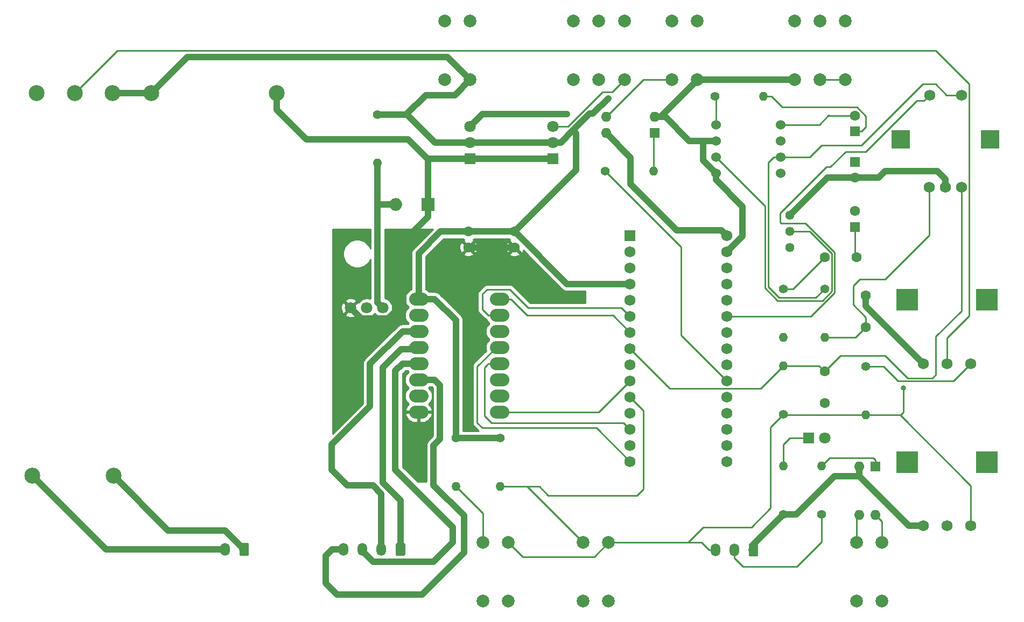
<source format=gbr>
G04 #@! TF.GenerationSoftware,KiCad,Pcbnew,(5.1.4)-1*
G04 #@! TF.CreationDate,2019-11-18T19:22:07+01:00*
G04 #@! TF.ProjectId,upuaut_2Nils,75707561-7574-45f3-924e-696c732e6b69,rev?*
G04 #@! TF.SameCoordinates,Original*
G04 #@! TF.FileFunction,Copper,L1,Top*
G04 #@! TF.FilePolarity,Positive*
%FSLAX46Y46*%
G04 Gerber Fmt 4.6, Leading zero omitted, Abs format (unit mm)*
G04 Created by KiCad (PCBNEW (5.1.4)-1) date 2019-11-18 19:22:07*
%MOMM*%
%LPD*%
G04 APERTURE LIST*
%ADD10O,1.500000X2.020000*%
%ADD11C,0.100000*%
%ADD12C,1.500000*%
%ADD13C,1.800000*%
%ADD14C,2.000000*%
%ADD15R,3.500000X3.500000*%
%ADD16C,1.750000*%
%ADD17R,1.727200X1.727200*%
%ADD18C,1.727200*%
%ADD19O,1.600000X1.600000*%
%ADD20R,1.600000X1.600000*%
%ADD21O,3.048000X2.032000*%
%ADD22C,1.524000*%
%ADD23R,3.000000X3.000000*%
%ADD24R,1.800000X1.800000*%
%ADD25C,2.500000*%
%ADD26C,1.440000*%
%ADD27O,1.400000X1.400000*%
%ADD28C,1.400000*%
%ADD29C,1.600000*%
%ADD30O,2.000000X2.000000*%
%ADD31R,2.000000X2.000000*%
%ADD32C,0.800000*%
%ADD33C,1.000000*%
%ADD34C,0.250000*%
%ADD35C,0.254000*%
G04 APERTURE END LIST*
D10*
X120300000Y-135700000D03*
X123300000Y-135700000D03*
X126300000Y-135700000D03*
D11*
G36*
X129824504Y-134691204D02*
G01*
X129848773Y-134694804D01*
X129872571Y-134700765D01*
X129895671Y-134709030D01*
X129917849Y-134719520D01*
X129938893Y-134732133D01*
X129958598Y-134746747D01*
X129976777Y-134763223D01*
X129993253Y-134781402D01*
X130007867Y-134801107D01*
X130020480Y-134822151D01*
X130030970Y-134844329D01*
X130039235Y-134867429D01*
X130045196Y-134891227D01*
X130048796Y-134915496D01*
X130050000Y-134940000D01*
X130050000Y-136460000D01*
X130048796Y-136484504D01*
X130045196Y-136508773D01*
X130039235Y-136532571D01*
X130030970Y-136555671D01*
X130020480Y-136577849D01*
X130007867Y-136598893D01*
X129993253Y-136618598D01*
X129976777Y-136636777D01*
X129958598Y-136653253D01*
X129938893Y-136667867D01*
X129917849Y-136680480D01*
X129895671Y-136690970D01*
X129872571Y-136699235D01*
X129848773Y-136705196D01*
X129824504Y-136708796D01*
X129800000Y-136710000D01*
X128800000Y-136710000D01*
X128775496Y-136708796D01*
X128751227Y-136705196D01*
X128727429Y-136699235D01*
X128704329Y-136690970D01*
X128682151Y-136680480D01*
X128661107Y-136667867D01*
X128641402Y-136653253D01*
X128623223Y-136636777D01*
X128606747Y-136618598D01*
X128592133Y-136598893D01*
X128579520Y-136577849D01*
X128569030Y-136555671D01*
X128560765Y-136532571D01*
X128554804Y-136508773D01*
X128551204Y-136484504D01*
X128550000Y-136460000D01*
X128550000Y-134940000D01*
X128551204Y-134915496D01*
X128554804Y-134891227D01*
X128560765Y-134867429D01*
X128569030Y-134844329D01*
X128579520Y-134822151D01*
X128592133Y-134801107D01*
X128606747Y-134781402D01*
X128623223Y-134763223D01*
X128641402Y-134746747D01*
X128661107Y-134732133D01*
X128682151Y-134719520D01*
X128704329Y-134709030D01*
X128727429Y-134700765D01*
X128751227Y-134694804D01*
X128775496Y-134691204D01*
X128800000Y-134690000D01*
X129800000Y-134690000D01*
X129824504Y-134691204D01*
X129824504Y-134691204D01*
G37*
D12*
X129300000Y-135700000D03*
D10*
X101700000Y-135700000D03*
D11*
G36*
X105224504Y-134691204D02*
G01*
X105248773Y-134694804D01*
X105272571Y-134700765D01*
X105295671Y-134709030D01*
X105317849Y-134719520D01*
X105338893Y-134732133D01*
X105358598Y-134746747D01*
X105376777Y-134763223D01*
X105393253Y-134781402D01*
X105407867Y-134801107D01*
X105420480Y-134822151D01*
X105430970Y-134844329D01*
X105439235Y-134867429D01*
X105445196Y-134891227D01*
X105448796Y-134915496D01*
X105450000Y-134940000D01*
X105450000Y-136460000D01*
X105448796Y-136484504D01*
X105445196Y-136508773D01*
X105439235Y-136532571D01*
X105430970Y-136555671D01*
X105420480Y-136577849D01*
X105407867Y-136598893D01*
X105393253Y-136618598D01*
X105376777Y-136636777D01*
X105358598Y-136653253D01*
X105338893Y-136667867D01*
X105317849Y-136680480D01*
X105295671Y-136690970D01*
X105272571Y-136699235D01*
X105248773Y-136705196D01*
X105224504Y-136708796D01*
X105200000Y-136710000D01*
X104200000Y-136710000D01*
X104175496Y-136708796D01*
X104151227Y-136705196D01*
X104127429Y-136699235D01*
X104104329Y-136690970D01*
X104082151Y-136680480D01*
X104061107Y-136667867D01*
X104041402Y-136653253D01*
X104023223Y-136636777D01*
X104006747Y-136618598D01*
X103992133Y-136598893D01*
X103979520Y-136577849D01*
X103969030Y-136555671D01*
X103960765Y-136532571D01*
X103954804Y-136508773D01*
X103951204Y-136484504D01*
X103950000Y-136460000D01*
X103950000Y-134940000D01*
X103951204Y-134915496D01*
X103954804Y-134891227D01*
X103960765Y-134867429D01*
X103969030Y-134844329D01*
X103979520Y-134822151D01*
X103992133Y-134801107D01*
X104006747Y-134781402D01*
X104023223Y-134763223D01*
X104041402Y-134746747D01*
X104061107Y-134732133D01*
X104082151Y-134719520D01*
X104104329Y-134709030D01*
X104127429Y-134700765D01*
X104151227Y-134694804D01*
X104175496Y-134691204D01*
X104200000Y-134690000D01*
X105200000Y-134690000D01*
X105224504Y-134691204D01*
X105224504Y-134691204D01*
G37*
D12*
X104700000Y-135700000D03*
D10*
X178800000Y-135800000D03*
X181800000Y-135800000D03*
D11*
G36*
X185324504Y-134791204D02*
G01*
X185348773Y-134794804D01*
X185372571Y-134800765D01*
X185395671Y-134809030D01*
X185417849Y-134819520D01*
X185438893Y-134832133D01*
X185458598Y-134846747D01*
X185476777Y-134863223D01*
X185493253Y-134881402D01*
X185507867Y-134901107D01*
X185520480Y-134922151D01*
X185530970Y-134944329D01*
X185539235Y-134967429D01*
X185545196Y-134991227D01*
X185548796Y-135015496D01*
X185550000Y-135040000D01*
X185550000Y-136560000D01*
X185548796Y-136584504D01*
X185545196Y-136608773D01*
X185539235Y-136632571D01*
X185530970Y-136655671D01*
X185520480Y-136677849D01*
X185507867Y-136698893D01*
X185493253Y-136718598D01*
X185476777Y-136736777D01*
X185458598Y-136753253D01*
X185438893Y-136767867D01*
X185417849Y-136780480D01*
X185395671Y-136790970D01*
X185372571Y-136799235D01*
X185348773Y-136805196D01*
X185324504Y-136808796D01*
X185300000Y-136810000D01*
X184300000Y-136810000D01*
X184275496Y-136808796D01*
X184251227Y-136805196D01*
X184227429Y-136799235D01*
X184204329Y-136790970D01*
X184182151Y-136780480D01*
X184161107Y-136767867D01*
X184141402Y-136753253D01*
X184123223Y-136736777D01*
X184106747Y-136718598D01*
X184092133Y-136698893D01*
X184079520Y-136677849D01*
X184069030Y-136655671D01*
X184060765Y-136632571D01*
X184054804Y-136608773D01*
X184051204Y-136584504D01*
X184050000Y-136560000D01*
X184050000Y-135040000D01*
X184051204Y-135015496D01*
X184054804Y-134991227D01*
X184060765Y-134967429D01*
X184069030Y-134944329D01*
X184079520Y-134922151D01*
X184092133Y-134901107D01*
X184106747Y-134881402D01*
X184123223Y-134863223D01*
X184141402Y-134846747D01*
X184161107Y-134832133D01*
X184182151Y-134819520D01*
X184204329Y-134809030D01*
X184227429Y-134800765D01*
X184251227Y-134794804D01*
X184275496Y-134791204D01*
X184300000Y-134790000D01*
X185300000Y-134790000D01*
X185324504Y-134791204D01*
X185324504Y-134791204D01*
G37*
D12*
X184800000Y-135800000D03*
D13*
X121460000Y-97700000D03*
X124000000Y-97700000D03*
X126540000Y-97700000D03*
D14*
X160500000Y-61800000D03*
X160500000Y-52600000D03*
X156500000Y-61800000D03*
X164500000Y-61800000D03*
X156500000Y-52600000D03*
X164500000Y-52600000D03*
D15*
X221550000Y-96450000D03*
X208950000Y-96450000D03*
D16*
X211500000Y-106450000D03*
X215250000Y-106450000D03*
X219000000Y-106450000D03*
D17*
X165380000Y-86330000D03*
D18*
X165380000Y-88870000D03*
X165380000Y-91410000D03*
X165380000Y-93950000D03*
X165380000Y-96490000D03*
X165380000Y-99030000D03*
X165380000Y-101570000D03*
X165380000Y-104110000D03*
X165380000Y-106650000D03*
X165380000Y-109190000D03*
X165380000Y-111730000D03*
X165380000Y-114270000D03*
X165380000Y-116810000D03*
X165380000Y-119350000D03*
X165380000Y-121890000D03*
X180620000Y-121890000D03*
X180620000Y-119350000D03*
X180620000Y-116810000D03*
X180620000Y-114270000D03*
X180620000Y-111730000D03*
X180620000Y-109190000D03*
X180620000Y-106650000D03*
X180620000Y-104110000D03*
X180620000Y-101570000D03*
X180620000Y-99030000D03*
X180620000Y-96490000D03*
X180620000Y-93950000D03*
X180620000Y-91410000D03*
X180620000Y-88870000D03*
X180620000Y-86330000D03*
D14*
X172000000Y-61800000D03*
X176000000Y-61800000D03*
X172000000Y-52600000D03*
X176000000Y-52600000D03*
D19*
X204000000Y-130320000D03*
X201460000Y-122700000D03*
X201460000Y-130320000D03*
D20*
X204000000Y-122700000D03*
D14*
X162000000Y-134600000D03*
X158000000Y-134600000D03*
X162000000Y-143800000D03*
X158000000Y-143800000D03*
X146250000Y-134600000D03*
X142250000Y-134600000D03*
X146250000Y-143800000D03*
X142250000Y-143800000D03*
X136250000Y-61800000D03*
X140250000Y-61800000D03*
X136250000Y-52600000D03*
X140250000Y-52600000D03*
X205000000Y-134600000D03*
X201000000Y-134600000D03*
X205000000Y-143800000D03*
X201000000Y-143800000D03*
X195250000Y-61800000D03*
X195250000Y-52600000D03*
X191250000Y-61800000D03*
X199250000Y-61800000D03*
X191250000Y-52600000D03*
X199250000Y-52600000D03*
D21*
X144850000Y-96310000D03*
X144850000Y-98850000D03*
X144850000Y-101390000D03*
X144850000Y-103930000D03*
X144850000Y-106470000D03*
X144850000Y-109010000D03*
X144850000Y-111550000D03*
X144850000Y-114090000D03*
X132150000Y-114090000D03*
X132150000Y-111550000D03*
X132150000Y-109010000D03*
X132150000Y-106470000D03*
X132150000Y-103930000D03*
X132150000Y-101390000D03*
X132150000Y-98850000D03*
X132150000Y-96310000D03*
D22*
X189080000Y-68870000D03*
X189080000Y-71410000D03*
X189080000Y-73950000D03*
X189080000Y-76490000D03*
X178920000Y-76490000D03*
X178920000Y-73950000D03*
X178920000Y-71410000D03*
X178920000Y-68870000D03*
D16*
X212500000Y-64200000D03*
X217500000Y-64200000D03*
D23*
X222000000Y-71200000D03*
X208000000Y-71200000D03*
D16*
X215000000Y-78700000D03*
X217540000Y-78700000D03*
X212460000Y-78700000D03*
D15*
X221550000Y-121950000D03*
X208950000Y-121950000D03*
D16*
X211500000Y-131950000D03*
X215250000Y-131950000D03*
X219000000Y-131950000D03*
D24*
X153250000Y-74200000D03*
D13*
X153250000Y-71660000D03*
X153250000Y-69120000D03*
D24*
X140250000Y-74200000D03*
D13*
X140250000Y-71660000D03*
X140250000Y-69120000D03*
D19*
X161630000Y-70200000D03*
X169250000Y-67660000D03*
X161630000Y-67660000D03*
D20*
X169250000Y-70200000D03*
D25*
X84150000Y-124100000D03*
X71400000Y-124100000D03*
X109850000Y-63900000D03*
X90100000Y-63900000D03*
X84050000Y-63900000D03*
X78050000Y-63900000D03*
X72050000Y-63900000D03*
D26*
X190500000Y-83120000D03*
X190500000Y-85660000D03*
X190500000Y-88200000D03*
D27*
X202500000Y-114570000D03*
D28*
X202500000Y-106950000D03*
D27*
X125700000Y-74920000D03*
D28*
X125700000Y-67300000D03*
D27*
X195500000Y-122580000D03*
D28*
X195500000Y-130200000D03*
D27*
X189500000Y-106830000D03*
D28*
X189500000Y-114450000D03*
D27*
X186370000Y-64450000D03*
D28*
X178750000Y-64450000D03*
D27*
X189500000Y-102320000D03*
D28*
X189500000Y-94700000D03*
D27*
X189500000Y-122580000D03*
D28*
X189500000Y-130200000D03*
D27*
X145000000Y-125820000D03*
D28*
X145000000Y-118200000D03*
D27*
X138000000Y-125820000D03*
D28*
X138000000Y-118200000D03*
D27*
X169120000Y-76200000D03*
D28*
X161500000Y-76200000D03*
D27*
X196000000Y-102320000D03*
D28*
X196000000Y-94700000D03*
D29*
X140000000Y-85700000D03*
X140000000Y-88200000D03*
X147250000Y-85700000D03*
X147250000Y-88200000D03*
D30*
X128520000Y-81400000D03*
D31*
X133600000Y-81400000D03*
D13*
X196040000Y-118200000D03*
D24*
X193500000Y-118200000D03*
D29*
X200750000Y-77200000D03*
D20*
X200750000Y-74700000D03*
D29*
X200750000Y-82450000D03*
D20*
X200750000Y-84950000D03*
D29*
X196000000Y-89700000D03*
X201000000Y-89700000D03*
X200750000Y-67450000D03*
D20*
X200750000Y-69950000D03*
D29*
X196000000Y-112700000D03*
X196000000Y-107700000D03*
X202500000Y-100700000D03*
X202500000Y-95700000D03*
D32*
X183100000Y-81747630D03*
X162000000Y-64700000D03*
X208396154Y-110303846D03*
X155500000Y-67200000D03*
D33*
X84050000Y-63900000D02*
X90100000Y-63900000D01*
X134710000Y-71660000D02*
X140250000Y-71660000D01*
X130250000Y-67200000D02*
X134710000Y-71660000D01*
X140250000Y-71660000D02*
X153250000Y-71660000D01*
X170960000Y-67660000D02*
X174710000Y-71410000D01*
X153250000Y-71660000D02*
X154522792Y-71660000D01*
X140250000Y-61800000D02*
X137850000Y-64200000D01*
X133250000Y-64200000D02*
X130250000Y-67200000D01*
X137850000Y-64200000D02*
X133250000Y-64200000D01*
X91349999Y-62650001D02*
X90100000Y-63900000D01*
X95800000Y-58200000D02*
X91349999Y-62650001D01*
X136650000Y-58200000D02*
X95800000Y-58200000D01*
X140250000Y-61800000D02*
X136650000Y-58200000D01*
X145000000Y-118200000D02*
X138000000Y-118200000D01*
X211500000Y-131950000D02*
X209250000Y-131950000D01*
X201460000Y-124160000D02*
X201460000Y-122700000D01*
X209250000Y-131950000D02*
X201460000Y-124160000D01*
X189500000Y-130200000D02*
X191500000Y-130200000D01*
X197540000Y-124160000D02*
X201460000Y-124160000D01*
X191500000Y-130200000D02*
X197540000Y-124160000D01*
X202500000Y-97450000D02*
X211500000Y-106450000D01*
X202500000Y-95700000D02*
X202500000Y-97450000D01*
X215000000Y-77462564D02*
X213737436Y-76200000D01*
X215000000Y-78700000D02*
X215000000Y-77462564D01*
X213737436Y-76200000D02*
X205500000Y-76200000D01*
X204500000Y-77200000D02*
X200750000Y-77200000D01*
X205500000Y-76200000D02*
X204500000Y-77200000D01*
X176020000Y-61800000D02*
X191250000Y-61800000D01*
X170160000Y-67660000D02*
X176020000Y-61800000D01*
X170160000Y-67660000D02*
X170960000Y-67660000D01*
X169250000Y-67660000D02*
X170160000Y-67660000D01*
X140000000Y-85700000D02*
X135600000Y-85700000D01*
X132150000Y-89150000D02*
X132150000Y-96310000D01*
X135600000Y-85700000D02*
X132150000Y-89150000D01*
X140000000Y-85700000D02*
X147250000Y-85700000D01*
X134674000Y-96310000D02*
X132150000Y-96310000D01*
X138000000Y-99636000D02*
X134674000Y-96310000D01*
X138000000Y-118200000D02*
X138000000Y-99636000D01*
X155500000Y-93950000D02*
X147250000Y-85700000D01*
X165380000Y-93950000D02*
X155500000Y-93950000D01*
X176890000Y-74460000D02*
X178920000Y-76490000D01*
X176890000Y-71410000D02*
X176890000Y-74460000D01*
X176890000Y-71410000D02*
X178920000Y-71410000D01*
X174710000Y-71410000D02*
X176890000Y-71410000D01*
X178920000Y-77567630D02*
X183100000Y-81747630D01*
X178920000Y-76490000D02*
X178920000Y-77567630D01*
X183100000Y-86390000D02*
X180620000Y-88870000D01*
X183100000Y-81747630D02*
X183100000Y-86390000D01*
X196420000Y-77200000D02*
X200750000Y-77200000D01*
X190500000Y-83120000D02*
X196420000Y-77200000D01*
X147250000Y-85700000D02*
X156950000Y-76000000D01*
X156950000Y-70250000D02*
X156441396Y-69741396D01*
X156950000Y-76000000D02*
X156950000Y-70250000D01*
X154522792Y-71660000D02*
X156441396Y-69741396D01*
X156441396Y-69741396D02*
X159040000Y-67142792D01*
X161974990Y-64725010D02*
X162000000Y-64725010D01*
X159040000Y-67142792D02*
X159557208Y-67142792D01*
X159557208Y-67142792D02*
X161974990Y-64725010D01*
X130150000Y-67300000D02*
X125700000Y-67300000D01*
X130250000Y-67200000D02*
X130150000Y-67300000D01*
X184800000Y-134900000D02*
X189500000Y-130200000D01*
X184800000Y-135800000D02*
X184800000Y-134900000D01*
D34*
X200880000Y-102320000D02*
X196000000Y-102320000D01*
X202500000Y-100700000D02*
X200880000Y-102320000D01*
X202500000Y-100700000D02*
X202500000Y-99200000D01*
X202500000Y-99200000D02*
X200500000Y-97200000D01*
X200500000Y-97200000D02*
X200500000Y-95738998D01*
X200500000Y-95738998D02*
X200500000Y-94200000D01*
X200500000Y-94200000D02*
X201500000Y-93200000D01*
X201500000Y-93200000D02*
X205500000Y-93200000D01*
X205500000Y-93200000D02*
X208500000Y-90200000D01*
X212460000Y-86240000D02*
X212460000Y-79240000D01*
X208500000Y-90200000D02*
X212460000Y-86240000D01*
X212460000Y-79240000D02*
X212500000Y-79200000D01*
X195130000Y-106830000D02*
X189500000Y-106830000D01*
X196000000Y-107700000D02*
X195130000Y-106830000D01*
X217540000Y-79240000D02*
X217540000Y-78700000D01*
X213500000Y-102200000D02*
X217540000Y-98160000D01*
X217540000Y-98160000D02*
X217540000Y-79240000D01*
X198500000Y-105200000D02*
X205500000Y-105200000D01*
X196000000Y-107700000D02*
X198500000Y-105200000D01*
X205500000Y-105200000D02*
X209049990Y-108749990D01*
X209049990Y-108749990D02*
X212950010Y-108749990D01*
X212950010Y-108749990D02*
X213500000Y-108200000D01*
X213500000Y-108200000D02*
X213500000Y-102200000D01*
X188800001Y-107529999D02*
X189500000Y-106830000D01*
X185951399Y-110378601D02*
X188800001Y-107529999D01*
X171648601Y-110378601D02*
X185951399Y-110378601D01*
X165380000Y-104110000D02*
X171648601Y-110378601D01*
X201800000Y-69950000D02*
X202500000Y-69250000D01*
X200750000Y-69950000D02*
X201800000Y-69950000D01*
X202500000Y-67534998D02*
X201065002Y-66100000D01*
X202500000Y-69250000D02*
X202500000Y-67534998D01*
X201065002Y-66100000D02*
X189300000Y-66100000D01*
X187650000Y-64450000D02*
X186370000Y-64450000D01*
X189300000Y-66100000D02*
X187650000Y-64450000D01*
X189080000Y-68870000D02*
X195170000Y-68870000D01*
X195170000Y-68870000D02*
X196640000Y-67400000D01*
X196690000Y-67450000D02*
X200750000Y-67450000D01*
X196640000Y-67400000D02*
X196690000Y-67450000D01*
X200750000Y-89450000D02*
X201000000Y-89700000D01*
X200750000Y-84950000D02*
X200750000Y-89450000D01*
X191000000Y-94700000D02*
X196000000Y-89700000D01*
X189500000Y-94700000D02*
X191000000Y-94700000D01*
X195250000Y-61800000D02*
X199250000Y-61800000D01*
X189500000Y-122580000D02*
X189500000Y-119200000D01*
X190500000Y-118200000D02*
X193500000Y-118200000D01*
X189500000Y-119200000D02*
X190500000Y-118200000D01*
D33*
X124250000Y-71200000D02*
X130500000Y-71200000D01*
X133500000Y-74200000D02*
X140250000Y-74200000D01*
X130500000Y-71200000D02*
X133500000Y-74200000D01*
X142150000Y-74200000D02*
X153250000Y-74200000D01*
X140250000Y-74200000D02*
X142150000Y-74200000D01*
X120500000Y-71200000D02*
X124250000Y-71200000D01*
X147250000Y-88200000D02*
X140000000Y-88200000D01*
X109850000Y-66550000D02*
X114500000Y-71200000D01*
X109850000Y-63900000D02*
X109850000Y-66550000D01*
X114500000Y-71200000D02*
X120500000Y-71200000D01*
X133600000Y-74300000D02*
X133500000Y-74200000D01*
X133600000Y-81400000D02*
X133600000Y-74300000D01*
X133600000Y-83400000D02*
X133600000Y-81400000D01*
X129725990Y-87274010D02*
X133600000Y-83400000D01*
X129725990Y-96973772D02*
X129725990Y-87274010D01*
X127337761Y-99362001D02*
X129725990Y-96973772D01*
X123122001Y-99362001D02*
X127337761Y-99362001D01*
X121460000Y-97700000D02*
X123122001Y-99362001D01*
X125700000Y-96860000D02*
X126540000Y-97700000D01*
X127105787Y-81400000D02*
X125700000Y-81400000D01*
X128520000Y-81400000D02*
X127105787Y-81400000D01*
X125700000Y-74920000D02*
X125700000Y-81400000D01*
X125700000Y-81400000D02*
X125700000Y-96860000D01*
D34*
X146250000Y-134600000D02*
X148500000Y-136850000D01*
X159750000Y-136850000D02*
X162000000Y-134600000D01*
X148500000Y-136850000D02*
X159750000Y-136850000D01*
X162000000Y-134600000D02*
X174500000Y-134600000D01*
X202500000Y-114570000D02*
X207870000Y-114570000D01*
X219000000Y-125700000D02*
X219000000Y-131950000D01*
X207870000Y-114570000D02*
X219000000Y-125700000D01*
X187500000Y-116450000D02*
X189500000Y-114450000D01*
X187500000Y-129200000D02*
X187500000Y-116450000D01*
X184500000Y-132200000D02*
X187500000Y-129200000D01*
X174500000Y-134600000D02*
X176900000Y-132200000D01*
X176900000Y-132200000D02*
X184500000Y-132200000D01*
X189620000Y-114570000D02*
X189500000Y-114450000D01*
X202500000Y-114570000D02*
X189620000Y-114570000D01*
X188002370Y-73950000D02*
X187100000Y-74852370D01*
X189080000Y-73950000D02*
X188002370Y-73950000D01*
X187100000Y-74852370D02*
X187100000Y-94400000D01*
X187100000Y-94400000D02*
X188800000Y-96100000D01*
X194600000Y-96100000D02*
X196000000Y-94700000D01*
X188800000Y-96100000D02*
X194600000Y-96100000D01*
X193650000Y-73950000D02*
X189080000Y-73950000D01*
X215200000Y-64200000D02*
X213500000Y-62500000D01*
X213500000Y-62500000D02*
X211400000Y-62500000D01*
X211400000Y-62500000D02*
X201800000Y-72100000D01*
X201800000Y-72100000D02*
X195500000Y-72100000D01*
X217500000Y-64200000D02*
X215200000Y-64200000D01*
X195500000Y-72100000D02*
X193650000Y-73950000D01*
X155613210Y-69120000D02*
X161033210Y-63700000D01*
X153250000Y-69120000D02*
X155613210Y-69120000D01*
X162600000Y-63700000D02*
X164500000Y-61800000D01*
X161033210Y-63700000D02*
X162600000Y-63700000D01*
X208396154Y-110303846D02*
X208396154Y-114103846D01*
X207930000Y-114570000D02*
X207870000Y-114570000D01*
X208396154Y-114103846D02*
X207930000Y-114570000D01*
X176600000Y-134600000D02*
X174500000Y-134600000D01*
X177800000Y-135800000D02*
X176600000Y-134600000D01*
X178800000Y-135800000D02*
X177800000Y-135800000D01*
X169120000Y-70330000D02*
X169250000Y-70200000D01*
X169120000Y-76200000D02*
X169120000Y-70330000D01*
X161500000Y-76200000D02*
X173400000Y-88100000D01*
X173400000Y-101970000D02*
X180620000Y-109190000D01*
X173400000Y-88100000D02*
X173400000Y-101970000D01*
X142250000Y-130070000D02*
X138000000Y-125820000D01*
X142250000Y-134600000D02*
X142250000Y-130070000D01*
X149220000Y-125820000D02*
X158000000Y-134600000D01*
X145000000Y-125820000D02*
X149220000Y-125820000D01*
X165380000Y-111730000D02*
X167500000Y-113850000D01*
X167500000Y-113850000D02*
X167500000Y-126200000D01*
X167500000Y-126200000D02*
X166500000Y-127200000D01*
X166500000Y-127200000D02*
X152500000Y-127200000D01*
X151120000Y-125820000D02*
X149220000Y-125820000D01*
X152500000Y-127200000D02*
X151120000Y-125820000D01*
X178920000Y-64620000D02*
X178750000Y-64450000D01*
X178920000Y-68870000D02*
X178920000Y-64620000D01*
X204000000Y-121650000D02*
X203650000Y-121300000D01*
X204000000Y-122700000D02*
X204000000Y-121650000D01*
X196780000Y-121300000D02*
X195500000Y-122580000D01*
X203650000Y-121300000D02*
X196780000Y-121300000D01*
X181800000Y-137060000D02*
X183140000Y-138400000D01*
X181800000Y-135800000D02*
X181800000Y-137060000D01*
X183140000Y-138400000D02*
X191600000Y-138400000D01*
X195500000Y-134500000D02*
X195500000Y-130200000D01*
X191600000Y-138400000D02*
X195500000Y-134500000D01*
X202500000Y-106950000D02*
X205250000Y-106950000D01*
X205250000Y-106950000D02*
X207500000Y-109200000D01*
X216250000Y-109200000D02*
X219000000Y-106450000D01*
X207500000Y-109200000D02*
X216250000Y-109200000D01*
X191518233Y-85660000D02*
X190500000Y-85660000D01*
X193625002Y-85660000D02*
X191518233Y-85660000D01*
X195666992Y-96550010D02*
X197125001Y-95092001D01*
X197125001Y-89159999D02*
X193625002Y-85660000D01*
X188613600Y-96550010D02*
X195666992Y-96550010D01*
X186649991Y-94586401D02*
X188613600Y-96550010D01*
X197125001Y-95092001D02*
X197125001Y-89159999D01*
X186649990Y-81679990D02*
X186649991Y-94586401D01*
X178920000Y-73950000D02*
X186649990Y-81679990D01*
X84775010Y-57174990D02*
X213474990Y-57174990D01*
X78050000Y-63900000D02*
X84775010Y-57174990D01*
X218740001Y-62440001D02*
X218740001Y-98959999D01*
X213474990Y-57174990D02*
X218740001Y-62440001D01*
X215250000Y-102450000D02*
X215250000Y-106450000D01*
X218740001Y-98959999D02*
X215250000Y-102450000D01*
D33*
X83000000Y-135700000D02*
X101700000Y-135700000D01*
X71400000Y-124100000D02*
X83000000Y-135700000D01*
X84150000Y-124100000D02*
X92749999Y-132699999D01*
X101699999Y-132699999D02*
X104700000Y-135700000D01*
X92749999Y-132699999D02*
X101699999Y-132699999D01*
D34*
X167490000Y-61800000D02*
X161630000Y-67660000D01*
X172000000Y-61800000D02*
X167490000Y-61800000D01*
D33*
X179756401Y-85466401D02*
X172766401Y-85466401D01*
X180620000Y-86330000D02*
X179756401Y-85466401D01*
X172766401Y-85466401D02*
X165500000Y-78200000D01*
X165500000Y-74070000D02*
X161630000Y-70200000D01*
X165500000Y-78200000D02*
X165500000Y-74070000D01*
X140250000Y-69120000D02*
X142170000Y-67200000D01*
X142170000Y-67200000D02*
X155500000Y-67200000D01*
X134674000Y-109010000D02*
X132150000Y-109010000D01*
X135500000Y-109836000D02*
X134674000Y-109010000D01*
X135500000Y-118331998D02*
X135500000Y-109836000D01*
X134500000Y-119331998D02*
X135500000Y-118331998D01*
X139300000Y-130400000D02*
X134500000Y-125600000D01*
X134500000Y-125600000D02*
X134500000Y-119331998D01*
X118550000Y-135700000D02*
X117500000Y-136750000D01*
X120300000Y-135700000D02*
X118550000Y-135700000D01*
X117500000Y-136750000D02*
X117500000Y-141000000D01*
X117500000Y-141000000D02*
X119300000Y-142800000D01*
X119300000Y-142800000D02*
X132700000Y-142800000D01*
X132700000Y-142800000D02*
X139300000Y-136200000D01*
X139300000Y-136200000D02*
X139300000Y-130400000D01*
X129300000Y-134590000D02*
X129300000Y-135700000D01*
X129300000Y-128020088D02*
X129300000Y-134590000D01*
X132150000Y-103930000D02*
X131070000Y-103930000D01*
X131070000Y-103930000D02*
X130800000Y-104200000D01*
X130800000Y-104200000D02*
X129356000Y-104200000D01*
X129356000Y-104200000D02*
X126500000Y-107056000D01*
X126500000Y-107056000D02*
X126500000Y-125220088D01*
X126500000Y-125220088D02*
X129300000Y-128020088D01*
X124955510Y-125655510D02*
X120955510Y-125655510D01*
X120955510Y-125655510D02*
X118500000Y-123200000D01*
X118500000Y-123200000D02*
X118500000Y-119200000D01*
X118500000Y-119200000D02*
X124500000Y-113200000D01*
X129626000Y-101390000D02*
X132150000Y-101390000D01*
X124500000Y-106516000D02*
X129626000Y-101390000D01*
X124500000Y-113200000D02*
X124500000Y-106516000D01*
X126300000Y-127000000D02*
X126300000Y-135700000D01*
X124955510Y-125655510D02*
X126300000Y-127000000D01*
X128500000Y-107596000D02*
X129626000Y-106470000D01*
X128500000Y-123200000D02*
X128500000Y-107596000D01*
X123300000Y-135700000D02*
X123300000Y-135960000D01*
X124959999Y-137619999D02*
X134480001Y-137619999D01*
X123300000Y-135960000D02*
X124959999Y-137619999D01*
X134480001Y-137619999D02*
X137500000Y-134600000D01*
X129626000Y-106470000D02*
X132150000Y-106470000D01*
X137500000Y-134600000D02*
X137500000Y-132200000D01*
X137500000Y-132200000D02*
X128500000Y-123200000D01*
D34*
X197575010Y-95278402D02*
X193823412Y-99030000D01*
X197575011Y-88973599D02*
X197575010Y-95278402D01*
X192966413Y-84365001D02*
X197575011Y-88973599D01*
X189165001Y-84365001D02*
X192966413Y-84365001D01*
X189000000Y-82777398D02*
X189000000Y-84200000D01*
X196277398Y-75500000D02*
X189000000Y-82777398D01*
X189000000Y-84200000D02*
X189165001Y-84365001D01*
X211625001Y-65074999D02*
X210539999Y-65074999D01*
X212500000Y-64200000D02*
X211625001Y-65074999D01*
X210539999Y-65074999D02*
X202500000Y-73114998D01*
X202500000Y-73114998D02*
X199285002Y-73114998D01*
X193823412Y-99030000D02*
X180620000Y-99030000D01*
X199285002Y-73114998D02*
X196900000Y-75500000D01*
X196900000Y-75500000D02*
X196277398Y-75500000D01*
X160480000Y-114090000D02*
X165380000Y-109190000D01*
X144850000Y-114090000D02*
X160480000Y-114090000D01*
X143076000Y-106470000D02*
X142946000Y-106600000D01*
X144850000Y-106470000D02*
X143076000Y-106470000D01*
X142946000Y-106600000D02*
X142946000Y-106654000D01*
X142946000Y-106654000D02*
X142500000Y-107100000D01*
X142500000Y-107100000D02*
X142500000Y-114700000D01*
X142500000Y-114700000D02*
X143600000Y-115800000D01*
X164370000Y-115800000D02*
X165380000Y-116810000D01*
X143600000Y-115800000D02*
X164370000Y-115800000D01*
X144342000Y-103930000D02*
X141372000Y-106900000D01*
X144850000Y-103930000D02*
X144342000Y-103930000D01*
X141372000Y-106900000D02*
X141372000Y-115772000D01*
X141372000Y-115772000D02*
X142200000Y-116600000D01*
X160090000Y-116600000D02*
X165380000Y-121890000D01*
X142200000Y-116600000D02*
X160090000Y-116600000D01*
X164050000Y-97700000D02*
X165380000Y-99030000D01*
X143076000Y-98850000D02*
X142200000Y-97974000D01*
X144850000Y-98850000D02*
X143076000Y-98850000D01*
X149400000Y-97700000D02*
X164050000Y-97700000D01*
X142200000Y-97974000D02*
X142200000Y-95500000D01*
X142200000Y-95500000D02*
X142900000Y-94800000D01*
X142900000Y-94800000D02*
X146500000Y-94800000D01*
X146500000Y-94800000D02*
X149400000Y-97700000D01*
X146624000Y-96310000D02*
X149214000Y-98900000D01*
X144850000Y-96310000D02*
X146624000Y-96310000D01*
X162710000Y-98900000D02*
X165380000Y-101570000D01*
X149214000Y-98900000D02*
X162710000Y-98900000D01*
X201000000Y-130780000D02*
X201460000Y-130320000D01*
X201000000Y-134600000D02*
X201000000Y-130780000D01*
X205000000Y-131320000D02*
X204000000Y-130320000D01*
X205000000Y-134600000D02*
X205000000Y-131320000D01*
D35*
G36*
X130468918Y-107643082D02*
G01*
X130587014Y-107740000D01*
X130468918Y-107836918D01*
X130262602Y-108088316D01*
X130109295Y-108375133D01*
X130014889Y-108686347D01*
X129983012Y-109010000D01*
X130014889Y-109333653D01*
X130109295Y-109644867D01*
X130262602Y-109931684D01*
X130468918Y-110183082D01*
X130587014Y-110280000D01*
X130468918Y-110376918D01*
X130262602Y-110628316D01*
X130109295Y-110915133D01*
X130014889Y-111226347D01*
X129983012Y-111550000D01*
X130014889Y-111873653D01*
X130109295Y-112184867D01*
X130262602Y-112471684D01*
X130468918Y-112723082D01*
X130586225Y-112819353D01*
X130384764Y-113012369D01*
X130198686Y-113278350D01*
X130068074Y-113575522D01*
X130036025Y-113707056D01*
X130155164Y-113963000D01*
X132023000Y-113963000D01*
X132023000Y-113943000D01*
X132277000Y-113943000D01*
X132277000Y-113963000D01*
X134144836Y-113963000D01*
X134263975Y-113707056D01*
X134231926Y-113575522D01*
X134101314Y-113278350D01*
X133915236Y-113012369D01*
X133713775Y-112819353D01*
X133831082Y-112723082D01*
X134037398Y-112471684D01*
X134190705Y-112184867D01*
X134285111Y-111873653D01*
X134316988Y-111550000D01*
X134285111Y-111226347D01*
X134190705Y-110915133D01*
X134037398Y-110628316D01*
X133831082Y-110376918D01*
X133712986Y-110280000D01*
X133831082Y-110183082D01*
X133862335Y-110145000D01*
X134203869Y-110145000D01*
X134365001Y-110306133D01*
X134365000Y-117861866D01*
X133736859Y-118490007D01*
X133693552Y-118525549D01*
X133551717Y-118698375D01*
X133514265Y-118768444D01*
X133446324Y-118895552D01*
X133381423Y-119109500D01*
X133359509Y-119331998D01*
X133365001Y-119387759D01*
X133365000Y-125073000D01*
X131978131Y-125073000D01*
X129635000Y-122729869D01*
X129635000Y-114472944D01*
X130036025Y-114472944D01*
X130068074Y-114604478D01*
X130198686Y-114901650D01*
X130384764Y-115167631D01*
X130619157Y-115392199D01*
X130892857Y-115566724D01*
X131195346Y-115684500D01*
X131515000Y-115741000D01*
X132023000Y-115741000D01*
X132023000Y-114217000D01*
X132277000Y-114217000D01*
X132277000Y-115741000D01*
X132785000Y-115741000D01*
X133104654Y-115684500D01*
X133407143Y-115566724D01*
X133680843Y-115392199D01*
X133915236Y-115167631D01*
X134101314Y-114901650D01*
X134231926Y-114604478D01*
X134263975Y-114472944D01*
X134144836Y-114217000D01*
X132277000Y-114217000D01*
X132023000Y-114217000D01*
X130155164Y-114217000D01*
X130036025Y-114472944D01*
X129635000Y-114472944D01*
X129635000Y-108066131D01*
X130096132Y-107605000D01*
X130437665Y-107605000D01*
X130468918Y-107643082D01*
X130468918Y-107643082D01*
G37*
X130468918Y-107643082D02*
X130587014Y-107740000D01*
X130468918Y-107836918D01*
X130262602Y-108088316D01*
X130109295Y-108375133D01*
X130014889Y-108686347D01*
X129983012Y-109010000D01*
X130014889Y-109333653D01*
X130109295Y-109644867D01*
X130262602Y-109931684D01*
X130468918Y-110183082D01*
X130587014Y-110280000D01*
X130468918Y-110376918D01*
X130262602Y-110628316D01*
X130109295Y-110915133D01*
X130014889Y-111226347D01*
X129983012Y-111550000D01*
X130014889Y-111873653D01*
X130109295Y-112184867D01*
X130262602Y-112471684D01*
X130468918Y-112723082D01*
X130586225Y-112819353D01*
X130384764Y-113012369D01*
X130198686Y-113278350D01*
X130068074Y-113575522D01*
X130036025Y-113707056D01*
X130155164Y-113963000D01*
X132023000Y-113963000D01*
X132023000Y-113943000D01*
X132277000Y-113943000D01*
X132277000Y-113963000D01*
X134144836Y-113963000D01*
X134263975Y-113707056D01*
X134231926Y-113575522D01*
X134101314Y-113278350D01*
X133915236Y-113012369D01*
X133713775Y-112819353D01*
X133831082Y-112723082D01*
X134037398Y-112471684D01*
X134190705Y-112184867D01*
X134285111Y-111873653D01*
X134316988Y-111550000D01*
X134285111Y-111226347D01*
X134190705Y-110915133D01*
X134037398Y-110628316D01*
X133831082Y-110376918D01*
X133712986Y-110280000D01*
X133831082Y-110183082D01*
X133862335Y-110145000D01*
X134203869Y-110145000D01*
X134365001Y-110306133D01*
X134365000Y-117861866D01*
X133736859Y-118490007D01*
X133693552Y-118525549D01*
X133551717Y-118698375D01*
X133514265Y-118768444D01*
X133446324Y-118895552D01*
X133381423Y-119109500D01*
X133359509Y-119331998D01*
X133365001Y-119387759D01*
X133365000Y-125073000D01*
X131978131Y-125073000D01*
X129635000Y-122729869D01*
X129635000Y-114472944D01*
X130036025Y-114472944D01*
X130068074Y-114604478D01*
X130198686Y-114901650D01*
X130384764Y-115167631D01*
X130619157Y-115392199D01*
X130892857Y-115566724D01*
X131195346Y-115684500D01*
X131515000Y-115741000D01*
X132023000Y-115741000D01*
X132023000Y-114217000D01*
X132277000Y-114217000D01*
X132277000Y-115741000D01*
X132785000Y-115741000D01*
X133104654Y-115684500D01*
X133407143Y-115566724D01*
X133680843Y-115392199D01*
X133915236Y-115167631D01*
X134101314Y-114901650D01*
X134231926Y-114604478D01*
X134263975Y-114472944D01*
X134144836Y-114217000D01*
X132277000Y-114217000D01*
X132023000Y-114217000D01*
X130155164Y-114217000D01*
X130036025Y-114472944D01*
X129635000Y-114472944D01*
X129635000Y-108066131D01*
X130096132Y-107605000D01*
X130437665Y-107605000D01*
X130468918Y-107643082D01*
G36*
X124565000Y-88345017D02*
G01*
X124480631Y-88141331D01*
X124236038Y-87775271D01*
X123924729Y-87463962D01*
X123558669Y-87219369D01*
X123151925Y-87050890D01*
X122720128Y-86965000D01*
X122279872Y-86965000D01*
X121848075Y-87050890D01*
X121441331Y-87219369D01*
X121075271Y-87463962D01*
X120763962Y-87775271D01*
X120519369Y-88141331D01*
X120350890Y-88548075D01*
X120265000Y-88979872D01*
X120265000Y-89420128D01*
X120350890Y-89851925D01*
X120519369Y-90258669D01*
X120763962Y-90624729D01*
X121075271Y-90936038D01*
X121441331Y-91180631D01*
X121848075Y-91349110D01*
X122279872Y-91435000D01*
X122720128Y-91435000D01*
X123151925Y-91349110D01*
X123558669Y-91180631D01*
X123924729Y-90936038D01*
X124236038Y-90624729D01*
X124480631Y-90258669D01*
X124565001Y-90054983D01*
X124565001Y-96272559D01*
X124447743Y-96223989D01*
X124151184Y-96165000D01*
X123848816Y-96165000D01*
X123552257Y-96223989D01*
X123272905Y-96339701D01*
X123021495Y-96507688D01*
X122807688Y-96721495D01*
X122705049Y-96875105D01*
X122524080Y-96815525D01*
X121639605Y-97700000D01*
X122524080Y-98584475D01*
X122705049Y-98524895D01*
X122807688Y-98678505D01*
X123021495Y-98892312D01*
X123272905Y-99060299D01*
X123552257Y-99176011D01*
X123848816Y-99235000D01*
X124151184Y-99235000D01*
X124447743Y-99176011D01*
X124727095Y-99060299D01*
X124978505Y-98892312D01*
X125192312Y-98678505D01*
X125270000Y-98562237D01*
X125347688Y-98678505D01*
X125561495Y-98892312D01*
X125812905Y-99060299D01*
X126092257Y-99176011D01*
X126388816Y-99235000D01*
X126691184Y-99235000D01*
X126987743Y-99176011D01*
X127267095Y-99060299D01*
X127518505Y-98892312D01*
X127732312Y-98678505D01*
X127900299Y-98427095D01*
X128016011Y-98147743D01*
X128075000Y-97851184D01*
X128075000Y-97548816D01*
X128016011Y-97252257D01*
X127900299Y-96972905D01*
X127732312Y-96721495D01*
X127518505Y-96507688D01*
X127267095Y-96339701D01*
X126987743Y-96223989D01*
X126835000Y-96193607D01*
X126835000Y-85327000D01*
X134367868Y-85327000D01*
X131386865Y-88308004D01*
X131343551Y-88343551D01*
X131201716Y-88516377D01*
X131112672Y-88682969D01*
X131096324Y-88713554D01*
X131031423Y-88927502D01*
X131009509Y-89150000D01*
X131015000Y-89205752D01*
X131015001Y-94774908D01*
X131007133Y-94777295D01*
X130720316Y-94930602D01*
X130468918Y-95136918D01*
X130262602Y-95388316D01*
X130109295Y-95675133D01*
X130014889Y-95986347D01*
X129983012Y-96310000D01*
X130014889Y-96633653D01*
X130109295Y-96944867D01*
X130262602Y-97231684D01*
X130468918Y-97483082D01*
X130587014Y-97580000D01*
X130468918Y-97676918D01*
X130262602Y-97928316D01*
X130109295Y-98215133D01*
X130014889Y-98526347D01*
X129983012Y-98850000D01*
X130014889Y-99173653D01*
X130109295Y-99484867D01*
X130262602Y-99771684D01*
X130468918Y-100023082D01*
X130587014Y-100120000D01*
X130468918Y-100216918D01*
X130437665Y-100255000D01*
X129681752Y-100255000D01*
X129626000Y-100249509D01*
X129403501Y-100271423D01*
X129189553Y-100336324D01*
X128992377Y-100441716D01*
X128862856Y-100548011D01*
X128862854Y-100548013D01*
X128819551Y-100583551D01*
X128784013Y-100626854D01*
X123736860Y-105674009D01*
X123693552Y-105709551D01*
X123551717Y-105882377D01*
X123507541Y-105965026D01*
X123446324Y-106079554D01*
X123381423Y-106293502D01*
X123359509Y-106516000D01*
X123365001Y-106571761D01*
X123365000Y-112729868D01*
X118627000Y-117467869D01*
X118627000Y-98764080D01*
X120575525Y-98764080D01*
X120659208Y-99018261D01*
X120931775Y-99149158D01*
X121224642Y-99224365D01*
X121526553Y-99240991D01*
X121825907Y-99198397D01*
X122111199Y-99098222D01*
X122260792Y-99018261D01*
X122344475Y-98764080D01*
X121460000Y-97879605D01*
X120575525Y-98764080D01*
X118627000Y-98764080D01*
X118627000Y-97766553D01*
X119919009Y-97766553D01*
X119961603Y-98065907D01*
X120061778Y-98351199D01*
X120141739Y-98500792D01*
X120395920Y-98584475D01*
X121280395Y-97700000D01*
X120395920Y-96815525D01*
X120141739Y-96899208D01*
X120010842Y-97171775D01*
X119935635Y-97464642D01*
X119919009Y-97766553D01*
X118627000Y-97766553D01*
X118627000Y-96635920D01*
X120575525Y-96635920D01*
X121460000Y-97520395D01*
X122344475Y-96635920D01*
X122260792Y-96381739D01*
X121988225Y-96250842D01*
X121695358Y-96175635D01*
X121393447Y-96159009D01*
X121094093Y-96201603D01*
X120808801Y-96301778D01*
X120659208Y-96381739D01*
X120575525Y-96635920D01*
X118627000Y-96635920D01*
X118627000Y-85327000D01*
X124565000Y-85327000D01*
X124565000Y-88345017D01*
X124565000Y-88345017D01*
G37*
X124565000Y-88345017D02*
X124480631Y-88141331D01*
X124236038Y-87775271D01*
X123924729Y-87463962D01*
X123558669Y-87219369D01*
X123151925Y-87050890D01*
X122720128Y-86965000D01*
X122279872Y-86965000D01*
X121848075Y-87050890D01*
X121441331Y-87219369D01*
X121075271Y-87463962D01*
X120763962Y-87775271D01*
X120519369Y-88141331D01*
X120350890Y-88548075D01*
X120265000Y-88979872D01*
X120265000Y-89420128D01*
X120350890Y-89851925D01*
X120519369Y-90258669D01*
X120763962Y-90624729D01*
X121075271Y-90936038D01*
X121441331Y-91180631D01*
X121848075Y-91349110D01*
X122279872Y-91435000D01*
X122720128Y-91435000D01*
X123151925Y-91349110D01*
X123558669Y-91180631D01*
X123924729Y-90936038D01*
X124236038Y-90624729D01*
X124480631Y-90258669D01*
X124565001Y-90054983D01*
X124565001Y-96272559D01*
X124447743Y-96223989D01*
X124151184Y-96165000D01*
X123848816Y-96165000D01*
X123552257Y-96223989D01*
X123272905Y-96339701D01*
X123021495Y-96507688D01*
X122807688Y-96721495D01*
X122705049Y-96875105D01*
X122524080Y-96815525D01*
X121639605Y-97700000D01*
X122524080Y-98584475D01*
X122705049Y-98524895D01*
X122807688Y-98678505D01*
X123021495Y-98892312D01*
X123272905Y-99060299D01*
X123552257Y-99176011D01*
X123848816Y-99235000D01*
X124151184Y-99235000D01*
X124447743Y-99176011D01*
X124727095Y-99060299D01*
X124978505Y-98892312D01*
X125192312Y-98678505D01*
X125270000Y-98562237D01*
X125347688Y-98678505D01*
X125561495Y-98892312D01*
X125812905Y-99060299D01*
X126092257Y-99176011D01*
X126388816Y-99235000D01*
X126691184Y-99235000D01*
X126987743Y-99176011D01*
X127267095Y-99060299D01*
X127518505Y-98892312D01*
X127732312Y-98678505D01*
X127900299Y-98427095D01*
X128016011Y-98147743D01*
X128075000Y-97851184D01*
X128075000Y-97548816D01*
X128016011Y-97252257D01*
X127900299Y-96972905D01*
X127732312Y-96721495D01*
X127518505Y-96507688D01*
X127267095Y-96339701D01*
X126987743Y-96223989D01*
X126835000Y-96193607D01*
X126835000Y-85327000D01*
X134367868Y-85327000D01*
X131386865Y-88308004D01*
X131343551Y-88343551D01*
X131201716Y-88516377D01*
X131112672Y-88682969D01*
X131096324Y-88713554D01*
X131031423Y-88927502D01*
X131009509Y-89150000D01*
X131015000Y-89205752D01*
X131015001Y-94774908D01*
X131007133Y-94777295D01*
X130720316Y-94930602D01*
X130468918Y-95136918D01*
X130262602Y-95388316D01*
X130109295Y-95675133D01*
X130014889Y-95986347D01*
X129983012Y-96310000D01*
X130014889Y-96633653D01*
X130109295Y-96944867D01*
X130262602Y-97231684D01*
X130468918Y-97483082D01*
X130587014Y-97580000D01*
X130468918Y-97676918D01*
X130262602Y-97928316D01*
X130109295Y-98215133D01*
X130014889Y-98526347D01*
X129983012Y-98850000D01*
X130014889Y-99173653D01*
X130109295Y-99484867D01*
X130262602Y-99771684D01*
X130468918Y-100023082D01*
X130587014Y-100120000D01*
X130468918Y-100216918D01*
X130437665Y-100255000D01*
X129681752Y-100255000D01*
X129626000Y-100249509D01*
X129403501Y-100271423D01*
X129189553Y-100336324D01*
X128992377Y-100441716D01*
X128862856Y-100548011D01*
X128862854Y-100548013D01*
X128819551Y-100583551D01*
X128784013Y-100626854D01*
X123736860Y-105674009D01*
X123693552Y-105709551D01*
X123551717Y-105882377D01*
X123507541Y-105965026D01*
X123446324Y-106079554D01*
X123381423Y-106293502D01*
X123359509Y-106516000D01*
X123365001Y-106571761D01*
X123365000Y-112729868D01*
X118627000Y-117467869D01*
X118627000Y-98764080D01*
X120575525Y-98764080D01*
X120659208Y-99018261D01*
X120931775Y-99149158D01*
X121224642Y-99224365D01*
X121526553Y-99240991D01*
X121825907Y-99198397D01*
X122111199Y-99098222D01*
X122260792Y-99018261D01*
X122344475Y-98764080D01*
X121460000Y-97879605D01*
X120575525Y-98764080D01*
X118627000Y-98764080D01*
X118627000Y-97766553D01*
X119919009Y-97766553D01*
X119961603Y-98065907D01*
X120061778Y-98351199D01*
X120141739Y-98500792D01*
X120395920Y-98584475D01*
X121280395Y-97700000D01*
X120395920Y-96815525D01*
X120141739Y-96899208D01*
X120010842Y-97171775D01*
X119935635Y-97464642D01*
X119919009Y-97766553D01*
X118627000Y-97766553D01*
X118627000Y-96635920D01*
X120575525Y-96635920D01*
X121460000Y-97520395D01*
X122344475Y-96635920D01*
X122260792Y-96381739D01*
X121988225Y-96250842D01*
X121695358Y-96175635D01*
X121393447Y-96159009D01*
X121094093Y-96201603D01*
X120808801Y-96301778D01*
X120659208Y-96381739D01*
X120575525Y-96635920D01*
X118627000Y-96635920D01*
X118627000Y-85327000D01*
X124565000Y-85327000D01*
X124565000Y-88345017D01*
G36*
X139285869Y-86948692D02*
G01*
X139258486Y-86963329D01*
X139186903Y-87207298D01*
X140000000Y-88020395D01*
X140813097Y-87207298D01*
X140741514Y-86963329D01*
X140712659Y-86949676D01*
X140884284Y-86835000D01*
X146365716Y-86835000D01*
X146535869Y-86948692D01*
X146508486Y-86963329D01*
X146436903Y-87207298D01*
X147250000Y-88020395D01*
X147264143Y-88006253D01*
X147443748Y-88185858D01*
X147429605Y-88200000D01*
X148242702Y-89013097D01*
X148486671Y-88941514D01*
X148607571Y-88686004D01*
X148612241Y-88667373D01*
X154658009Y-94713141D01*
X154693551Y-94756449D01*
X154825852Y-94865026D01*
X154866377Y-94898284D01*
X155063553Y-95003676D01*
X155277501Y-95068577D01*
X155500000Y-95090491D01*
X155555752Y-95085000D01*
X158373000Y-95085000D01*
X158373000Y-96940000D01*
X149714802Y-96940000D01*
X147063804Y-94289003D01*
X147040001Y-94259999D01*
X146924276Y-94165026D01*
X146792247Y-94094454D01*
X146648986Y-94050997D01*
X146537333Y-94040000D01*
X146537322Y-94040000D01*
X146500000Y-94036324D01*
X146462678Y-94040000D01*
X142937322Y-94040000D01*
X142899999Y-94036324D01*
X142862676Y-94040000D01*
X142862667Y-94040000D01*
X142751014Y-94050997D01*
X142607753Y-94094454D01*
X142475724Y-94165026D01*
X142475722Y-94165027D01*
X142475723Y-94165027D01*
X142388996Y-94236201D01*
X142388992Y-94236205D01*
X142359999Y-94259999D01*
X142336205Y-94288992D01*
X141688997Y-94936201D01*
X141660000Y-94959999D01*
X141636202Y-94988997D01*
X141636201Y-94988998D01*
X141565026Y-95075724D01*
X141494454Y-95207754D01*
X141450998Y-95351015D01*
X141436324Y-95500000D01*
X141440001Y-95537332D01*
X141440000Y-97936677D01*
X141436324Y-97974000D01*
X141440000Y-98011322D01*
X141440000Y-98011332D01*
X141450997Y-98122985D01*
X141482921Y-98228225D01*
X141494454Y-98266246D01*
X141565026Y-98398276D01*
X141604871Y-98446826D01*
X141659999Y-98514001D01*
X141689002Y-98537803D01*
X142512201Y-99361003D01*
X142535999Y-99390001D01*
X142564997Y-99413799D01*
X142651723Y-99484974D01*
X142745266Y-99534974D01*
X142783753Y-99555546D01*
X142859327Y-99578471D01*
X142962602Y-99771684D01*
X143168918Y-100023082D01*
X143287014Y-100120000D01*
X143168918Y-100216918D01*
X142962602Y-100468316D01*
X142809295Y-100755133D01*
X142714889Y-101066347D01*
X142683012Y-101390000D01*
X142714889Y-101713653D01*
X142809295Y-102024867D01*
X142962602Y-102311684D01*
X143168918Y-102563082D01*
X143287014Y-102660000D01*
X143168918Y-102756918D01*
X142962602Y-103008316D01*
X142809295Y-103295133D01*
X142714889Y-103606347D01*
X142683012Y-103930000D01*
X142714889Y-104253653D01*
X142768108Y-104429091D01*
X140861003Y-106336196D01*
X140831999Y-106359999D01*
X140803723Y-106394454D01*
X140737026Y-106475724D01*
X140691980Y-106559999D01*
X140666454Y-106607754D01*
X140622997Y-106751015D01*
X140612000Y-106862668D01*
X140612000Y-106862678D01*
X140608324Y-106900000D01*
X140612000Y-106937322D01*
X140612001Y-115734668D01*
X140608324Y-115772000D01*
X140612001Y-115809333D01*
X140615022Y-115840000D01*
X140622998Y-115920985D01*
X140666454Y-116064246D01*
X140737026Y-116196276D01*
X140808201Y-116283002D01*
X140832000Y-116312001D01*
X140860998Y-116335799D01*
X141590198Y-117065000D01*
X139135000Y-117065000D01*
X139135000Y-99691741D01*
X139140490Y-99635999D01*
X139135000Y-99580257D01*
X139135000Y-99580248D01*
X139118577Y-99413501D01*
X139053676Y-99199553D01*
X138948284Y-99002377D01*
X138806449Y-98829551D01*
X138763141Y-98794009D01*
X135515996Y-95546865D01*
X135480449Y-95503551D01*
X135307623Y-95361716D01*
X135110447Y-95256324D01*
X134896499Y-95191423D01*
X134729752Y-95175000D01*
X134729751Y-95175000D01*
X134674000Y-95169509D01*
X134618249Y-95175000D01*
X133862335Y-95175000D01*
X133831082Y-95136918D01*
X133579684Y-94930602D01*
X133292867Y-94777295D01*
X133285000Y-94774909D01*
X133285000Y-89620131D01*
X133712429Y-89192702D01*
X139186903Y-89192702D01*
X139258486Y-89436671D01*
X139513996Y-89557571D01*
X139788184Y-89626300D01*
X140070512Y-89640217D01*
X140350130Y-89598787D01*
X140616292Y-89503603D01*
X140741514Y-89436671D01*
X140813097Y-89192702D01*
X146436903Y-89192702D01*
X146508486Y-89436671D01*
X146763996Y-89557571D01*
X147038184Y-89626300D01*
X147320512Y-89640217D01*
X147600130Y-89598787D01*
X147866292Y-89503603D01*
X147991514Y-89436671D01*
X148063097Y-89192702D01*
X147250000Y-88379605D01*
X146436903Y-89192702D01*
X140813097Y-89192702D01*
X140000000Y-88379605D01*
X139186903Y-89192702D01*
X133712429Y-89192702D01*
X134634619Y-88270512D01*
X138559783Y-88270512D01*
X138601213Y-88550130D01*
X138696397Y-88816292D01*
X138763329Y-88941514D01*
X139007298Y-89013097D01*
X139820395Y-88200000D01*
X140179605Y-88200000D01*
X140992702Y-89013097D01*
X141236671Y-88941514D01*
X141357571Y-88686004D01*
X141426300Y-88411816D01*
X141433265Y-88270512D01*
X145809783Y-88270512D01*
X145851213Y-88550130D01*
X145946397Y-88816292D01*
X146013329Y-88941514D01*
X146257298Y-89013097D01*
X147070395Y-88200000D01*
X146257298Y-87386903D01*
X146013329Y-87458486D01*
X145892429Y-87713996D01*
X145823700Y-87988184D01*
X145809783Y-88270512D01*
X141433265Y-88270512D01*
X141440217Y-88129488D01*
X141398787Y-87849870D01*
X141303603Y-87583708D01*
X141236671Y-87458486D01*
X140992702Y-87386903D01*
X140179605Y-88200000D01*
X139820395Y-88200000D01*
X139007298Y-87386903D01*
X138763329Y-87458486D01*
X138642429Y-87713996D01*
X138573700Y-87988184D01*
X138559783Y-88270512D01*
X134634619Y-88270512D01*
X136070132Y-86835000D01*
X139115716Y-86835000D01*
X139285869Y-86948692D01*
X139285869Y-86948692D01*
G37*
X139285869Y-86948692D02*
X139258486Y-86963329D01*
X139186903Y-87207298D01*
X140000000Y-88020395D01*
X140813097Y-87207298D01*
X140741514Y-86963329D01*
X140712659Y-86949676D01*
X140884284Y-86835000D01*
X146365716Y-86835000D01*
X146535869Y-86948692D01*
X146508486Y-86963329D01*
X146436903Y-87207298D01*
X147250000Y-88020395D01*
X147264143Y-88006253D01*
X147443748Y-88185858D01*
X147429605Y-88200000D01*
X148242702Y-89013097D01*
X148486671Y-88941514D01*
X148607571Y-88686004D01*
X148612241Y-88667373D01*
X154658009Y-94713141D01*
X154693551Y-94756449D01*
X154825852Y-94865026D01*
X154866377Y-94898284D01*
X155063553Y-95003676D01*
X155277501Y-95068577D01*
X155500000Y-95090491D01*
X155555752Y-95085000D01*
X158373000Y-95085000D01*
X158373000Y-96940000D01*
X149714802Y-96940000D01*
X147063804Y-94289003D01*
X147040001Y-94259999D01*
X146924276Y-94165026D01*
X146792247Y-94094454D01*
X146648986Y-94050997D01*
X146537333Y-94040000D01*
X146537322Y-94040000D01*
X146500000Y-94036324D01*
X146462678Y-94040000D01*
X142937322Y-94040000D01*
X142899999Y-94036324D01*
X142862676Y-94040000D01*
X142862667Y-94040000D01*
X142751014Y-94050997D01*
X142607753Y-94094454D01*
X142475724Y-94165026D01*
X142475722Y-94165027D01*
X142475723Y-94165027D01*
X142388996Y-94236201D01*
X142388992Y-94236205D01*
X142359999Y-94259999D01*
X142336205Y-94288992D01*
X141688997Y-94936201D01*
X141660000Y-94959999D01*
X141636202Y-94988997D01*
X141636201Y-94988998D01*
X141565026Y-95075724D01*
X141494454Y-95207754D01*
X141450998Y-95351015D01*
X141436324Y-95500000D01*
X141440001Y-95537332D01*
X141440000Y-97936677D01*
X141436324Y-97974000D01*
X141440000Y-98011322D01*
X141440000Y-98011332D01*
X141450997Y-98122985D01*
X141482921Y-98228225D01*
X141494454Y-98266246D01*
X141565026Y-98398276D01*
X141604871Y-98446826D01*
X141659999Y-98514001D01*
X141689002Y-98537803D01*
X142512201Y-99361003D01*
X142535999Y-99390001D01*
X142564997Y-99413799D01*
X142651723Y-99484974D01*
X142745266Y-99534974D01*
X142783753Y-99555546D01*
X142859327Y-99578471D01*
X142962602Y-99771684D01*
X143168918Y-100023082D01*
X143287014Y-100120000D01*
X143168918Y-100216918D01*
X142962602Y-100468316D01*
X142809295Y-100755133D01*
X142714889Y-101066347D01*
X142683012Y-101390000D01*
X142714889Y-101713653D01*
X142809295Y-102024867D01*
X142962602Y-102311684D01*
X143168918Y-102563082D01*
X143287014Y-102660000D01*
X143168918Y-102756918D01*
X142962602Y-103008316D01*
X142809295Y-103295133D01*
X142714889Y-103606347D01*
X142683012Y-103930000D01*
X142714889Y-104253653D01*
X142768108Y-104429091D01*
X140861003Y-106336196D01*
X140831999Y-106359999D01*
X140803723Y-106394454D01*
X140737026Y-106475724D01*
X140691980Y-106559999D01*
X140666454Y-106607754D01*
X140622997Y-106751015D01*
X140612000Y-106862668D01*
X140612000Y-106862678D01*
X140608324Y-106900000D01*
X140612000Y-106937322D01*
X140612001Y-115734668D01*
X140608324Y-115772000D01*
X140612001Y-115809333D01*
X140615022Y-115840000D01*
X140622998Y-115920985D01*
X140666454Y-116064246D01*
X140737026Y-116196276D01*
X140808201Y-116283002D01*
X140832000Y-116312001D01*
X140860998Y-116335799D01*
X141590198Y-117065000D01*
X139135000Y-117065000D01*
X139135000Y-99691741D01*
X139140490Y-99635999D01*
X139135000Y-99580257D01*
X139135000Y-99580248D01*
X139118577Y-99413501D01*
X139053676Y-99199553D01*
X138948284Y-99002377D01*
X138806449Y-98829551D01*
X138763141Y-98794009D01*
X135515996Y-95546865D01*
X135480449Y-95503551D01*
X135307623Y-95361716D01*
X135110447Y-95256324D01*
X134896499Y-95191423D01*
X134729752Y-95175000D01*
X134729751Y-95175000D01*
X134674000Y-95169509D01*
X134618249Y-95175000D01*
X133862335Y-95175000D01*
X133831082Y-95136918D01*
X133579684Y-94930602D01*
X133292867Y-94777295D01*
X133285000Y-94774909D01*
X133285000Y-89620131D01*
X133712429Y-89192702D01*
X139186903Y-89192702D01*
X139258486Y-89436671D01*
X139513996Y-89557571D01*
X139788184Y-89626300D01*
X140070512Y-89640217D01*
X140350130Y-89598787D01*
X140616292Y-89503603D01*
X140741514Y-89436671D01*
X140813097Y-89192702D01*
X146436903Y-89192702D01*
X146508486Y-89436671D01*
X146763996Y-89557571D01*
X147038184Y-89626300D01*
X147320512Y-89640217D01*
X147600130Y-89598787D01*
X147866292Y-89503603D01*
X147991514Y-89436671D01*
X148063097Y-89192702D01*
X147250000Y-88379605D01*
X146436903Y-89192702D01*
X140813097Y-89192702D01*
X140000000Y-88379605D01*
X139186903Y-89192702D01*
X133712429Y-89192702D01*
X134634619Y-88270512D01*
X138559783Y-88270512D01*
X138601213Y-88550130D01*
X138696397Y-88816292D01*
X138763329Y-88941514D01*
X139007298Y-89013097D01*
X139820395Y-88200000D01*
X140179605Y-88200000D01*
X140992702Y-89013097D01*
X141236671Y-88941514D01*
X141357571Y-88686004D01*
X141426300Y-88411816D01*
X141433265Y-88270512D01*
X145809783Y-88270512D01*
X145851213Y-88550130D01*
X145946397Y-88816292D01*
X146013329Y-88941514D01*
X146257298Y-89013097D01*
X147070395Y-88200000D01*
X146257298Y-87386903D01*
X146013329Y-87458486D01*
X145892429Y-87713996D01*
X145823700Y-87988184D01*
X145809783Y-88270512D01*
X141433265Y-88270512D01*
X141440217Y-88129488D01*
X141398787Y-87849870D01*
X141303603Y-87583708D01*
X141236671Y-87458486D01*
X140992702Y-87386903D01*
X140179605Y-88200000D01*
X139820395Y-88200000D01*
X139007298Y-87386903D01*
X138763329Y-87458486D01*
X138642429Y-87713996D01*
X138573700Y-87988184D01*
X138559783Y-88270512D01*
X134634619Y-88270512D01*
X136070132Y-86835000D01*
X139115716Y-86835000D01*
X139285869Y-86948692D01*
M02*

</source>
